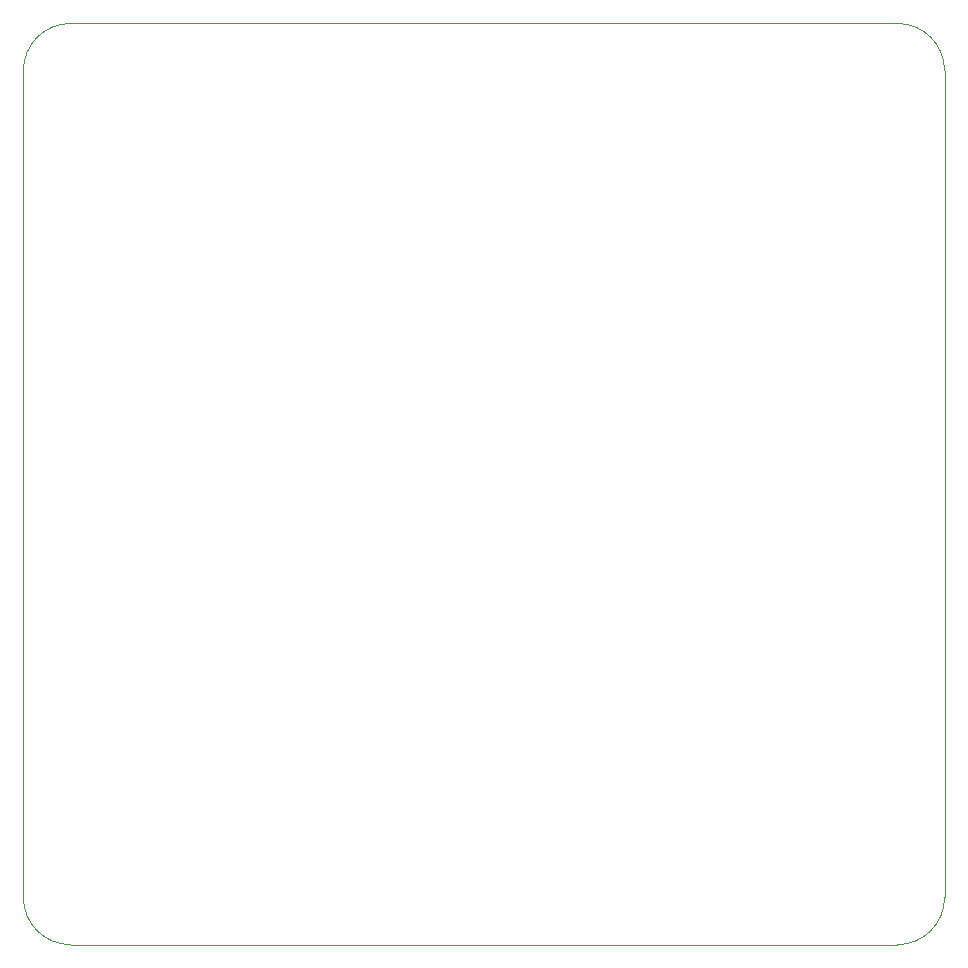
<source format=gbr>
%TF.GenerationSoftware,KiCad,Pcbnew,9.0.2*%
%TF.CreationDate,2025-05-19T00:13:54-04:00*%
%TF.ProjectId,WLED-Salon,574c4544-2d53-4616-9c6f-6e2e6b696361,rev?*%
%TF.SameCoordinates,Original*%
%TF.FileFunction,Profile,NP*%
%FSLAX46Y46*%
G04 Gerber Fmt 4.6, Leading zero omitted, Abs format (unit mm)*
G04 Created by KiCad (PCBNEW 9.0.2) date 2025-05-19 00:13:54*
%MOMM*%
%LPD*%
G01*
G04 APERTURE LIST*
%TA.AperFunction,Profile*%
%ADD10C,0.050000*%
%TD*%
G04 APERTURE END LIST*
D10*
X199000000Y-47000000D02*
G75*
G02*
X203000000Y-51000000I0J-4000000D01*
G01*
X125000000Y-51000000D02*
G75*
G02*
X129000000Y-47000000I4000000J0D01*
G01*
X203000000Y-121000000D02*
G75*
G02*
X199000000Y-125000000I-4000000J0D01*
G01*
X129000000Y-125000000D02*
G75*
G02*
X125000000Y-121000000I0J4000000D01*
G01*
X203000000Y-51000000D02*
X203000000Y-121000000D01*
X129000000Y-47000000D02*
X199000000Y-47000000D01*
X125000000Y-121000000D02*
X125000000Y-51000000D01*
X199000000Y-125000000D02*
X129000000Y-125000000D01*
M02*

</source>
